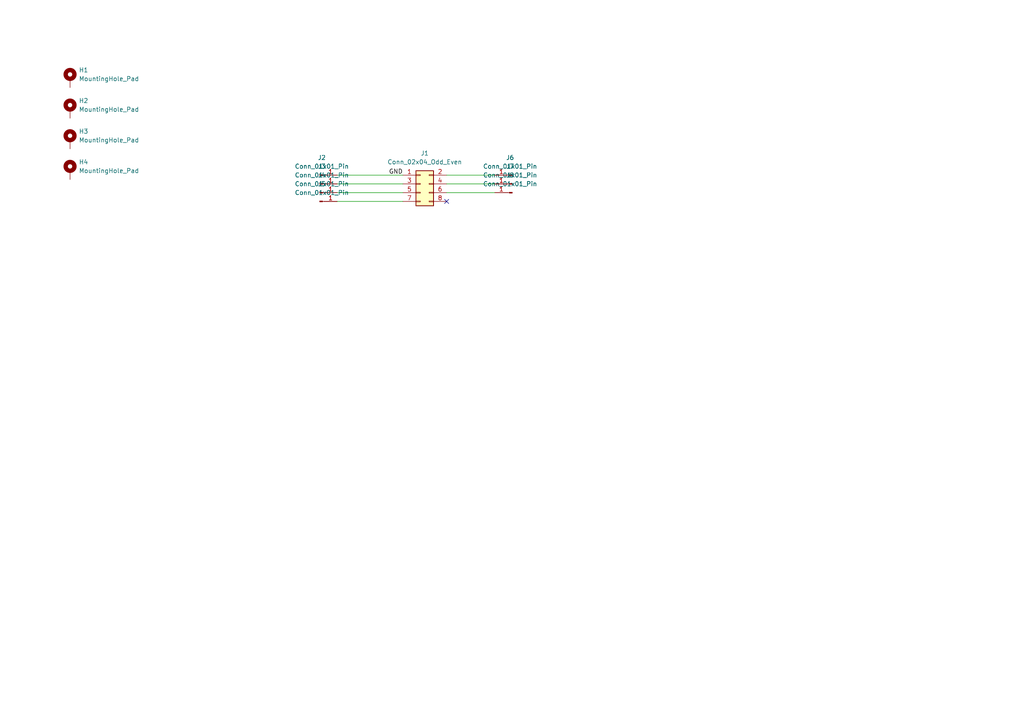
<source format=kicad_sch>
(kicad_sch (version 20231120) (generator "eeschema") (generator_version "8.0")
  (paper "A4")
  (lib_symbols
    (symbol "Connector:Conn_01x01_Pin" (pin_names (offset 1.016) hide)
      (property "Reference" "J" (at 0 2.54 0))
      (property "Value" "Conn_01x01_Pin" (at 0 -2.54 0))
      (symbol "Conn_01x01_Pin_1_1"
        (polyline (pts (xy 1.27 0) (xy 0.8636 0)) (stroke (width 0.1524)))
        (rectangle (start 0.8636 0.127) (end 0 -0.127) (stroke (width 0.1524)) (fill (type outline)))
        (pin passive line (at 5.08 0 180) (length 3.81) (name "Pin_1") (number "1"))
      )
    )
    (symbol "Connector_Generic:Conn_02x04_Odd_Even" (pin_names (offset 1.016) hide)
      (property "Reference" "J" (at 1.27 5.08 0))
      (property "Value" "Conn_02x04_Odd_Even" (at 1.27 -7.62 0))
      (symbol "Conn_02x04_Odd_Even_1_1"
        (rectangle (start -1.27 -4.953) (end 0 -5.207) (stroke (width 0.1524)))
        (rectangle (start -1.27 -2.413) (end 0 -2.667) (stroke (width 0.1524)))
        (rectangle (start -1.27 0.127) (end 0 -0.127) (stroke (width 0.1524)))
        (rectangle (start -1.27 2.667) (end 0 2.413) (stroke (width 0.1524)))
        (rectangle (start -1.27 3.81) (end 3.81 -6.35) (stroke (width 0.254)) (fill (type background)))
        (rectangle (start 3.81 -4.953) (end 2.54 -5.207) (stroke (width 0.1524)))
        (rectangle (start 3.81 -2.413) (end 2.54 -2.667) (stroke (width 0.1524)))
        (rectangle (start 3.81 0.127) (end 2.54 -0.127) (stroke (width 0.1524)))
        (rectangle (start 3.81 2.667) (end 2.54 2.413) (stroke (width 0.1524)))
        (pin passive line (at -5.08 2.54 0) (length 3.81) (name "Pin_1") (number "1"))
        (pin passive line (at 7.62 2.54 180) (length 3.81) (name "Pin_2") (number "2"))
        (pin passive line (at -5.08 0 0) (length 3.81) (name "Pin_3") (number "3"))
        (pin passive line (at 7.62 0 180) (length 3.81) (name "Pin_4") (number "4"))
        (pin passive line (at -5.08 -2.54 0) (length 3.81) (name "Pin_5") (number "5"))
        (pin passive line (at 7.62 -2.54 180) (length 3.81) (name "Pin_6") (number "6"))
        (pin passive line (at -5.08 -5.08 0) (length 3.81) (name "Pin_7") (number "7"))
        (pin passive line (at 7.62 -5.08 180) (length 3.81) (name "Pin_8") (number "8"))
      )
    )
    (symbol "Mechanical:MountingHole_Pad" (pin_numbers hide) (pin_names (offset 1.016) hide) (exclude_from_sim yes) (in_bom no)
      (property "Reference" "H" (at 0 6.35 0))
      (property "Value" "MountingHole_Pad" (at 0 4.445 0))
      (symbol "MountingHole_Pad_0_1"
        (circle (center 0 1.27) (radius 1.27) (stroke (width 1.27)))
      )
      (symbol "MountingHole_Pad_1_1"
        (pin input line (at 0 -2.54 90) (length 2.54) (name "1") (number "1"))
      )
    )
  )
  (no_connect (at 129.54 58.42))
  (wire (pts (xy 97.79 53.34) (xy 116.84 53.34)))
  (wire (pts (xy 129.54 50.8) (xy 143.51 50.8)))
  (wire (pts (xy 97.79 58.42) (xy 116.84 58.42)))
  (wire (pts (xy 97.79 55.88) (xy 116.84 55.88)))
  (wire (pts (xy 97.79 50.8) (xy 116.84 50.8)))
  (wire (pts (xy 129.54 55.88) (xy 143.51 55.88)))
  (wire (pts (xy 129.54 53.34) (xy 143.51 53.34)))
  (label "GND" (at 116.84 50.8 180))
  (symbol (lib_id "Mechanical:MountingHole_Pad") (at 20.32 49.53 0) (unit 1) (exclude_from_sim yes) (in_bom no)
    (property "Reference" "H4" (at 22.86 46.9899 0) (effects (justify left)))
    (property "Value" "MountingHole_Pad" (at 22.86 49.5299 0) (effects (justify left)))
    (property "Footprint" "MountingHole:MountingHole_2.2mm_M2_DIN965_Pad" (effects (hide yes)))
    (property "Description" "Mounting Hole with connection" (effects (hide yes)))
  )
  (symbol (lib_id "Connector:Conn_01x01_Pin") (at 92.71 55.88 0) (unit 1)
    (property "Reference" "J4" (at 93.345 50.8 0))
    (property "Value" "Conn_01x01_Pin" (at 93.345 53.34 0))
    (property "Footprint" "Connector_PinHeader_2.54mm:PinHeader_1x01_P2.54mm_Vertical" (effects (hide yes)))
    (property "Description" "Generic connector, single row, 01x01, script generated" (effects (hide yes)))
  )
  (symbol (lib_id "Connector:Conn_01x01_Pin") (at 148.59 55.88 0) (mirror y) (unit 1)
    (property "Reference" "J8" (at 147.955 50.8 0))
    (property "Value" "Conn_01x01_Pin" (at 147.955 53.34 0))
    (property "Footprint" "Connector_PinHeader_2.54mm:PinHeader_1x01_P2.54mm_Vertical" (effects (hide yes)))
    (property "Description" "Generic connector, single row, 01x01, script generated" (effects (hide yes)))
  )
  (symbol (lib_id "Connector_Generic:Conn_02x04_Odd_Even") (at 121.92 53.34 0) (unit 1)
    (property "Reference" "J1" (at 123.19 44.45 0))
    (property "Value" "Conn_02x04_Odd_Even" (at 123.19 46.99 0))
    (property "Footprint" "Connector_PinHeader_2.54mm:PinHeader_2x04_P2.54mm_Vertical" (effects (hide yes)))
    (property "Description" "Generic connector, double row, 02x04, odd/even pin numbering scheme (row 1 odd numbers, row 2 even numbers), script generated (kicad-library-utils/schlib/autogen/connector/)" (effects (hide yes)))
  )
  (symbol (lib_id "Connector:Conn_01x01_Pin") (at 92.71 58.42 0) (unit 1)
    (property "Reference" "J5" (at 93.345 53.34 0))
    (property "Value" "Conn_01x01_Pin" (at 93.345 55.88 0))
    (property "Footprint" "Connector_PinHeader_2.54mm:PinHeader_1x01_P2.54mm_Vertical" (effects (hide yes)))
    (property "Description" "Generic connector, single row, 01x01, script generated" (effects (hide yes)))
  )
  (symbol (lib_id "Connector:Conn_01x01_Pin") (at 148.59 53.34 0) (mirror y) (unit 1)
    (property "Reference" "J7" (at 147.955 48.26 0))
    (property "Value" "Conn_01x01_Pin" (at 147.955 50.8 0))
    (property "Footprint" "Connector_PinHeader_2.54mm:PinHeader_1x01_P2.54mm_Vertical" (effects (hide yes)))
    (property "Description" "Generic connector, single row, 01x01, script generated" (effects (hide yes)))
  )
  (symbol (lib_id "Connector:Conn_01x01_Pin") (at 92.71 50.8 0) (unit 1)
    (property "Reference" "J2" (at 93.345 45.72 0))
    (property "Value" "Conn_01x01_Pin" (at 93.345 48.26 0))
    (property "Footprint" "Connector_PinHeader_2.54mm:PinHeader_1x01_P2.54mm_Vertical" (effects (hide yes)))
    (property "Description" "Generic connector, single row, 01x01, script generated" (effects (hide yes)))
  )
  (symbol (lib_id "Connector:Conn_01x01_Pin") (at 92.71 53.34 0) (unit 1)
    (property "Reference" "J3" (at 93.345 48.26 0))
    (property "Value" "Conn_01x01_Pin" (at 93.345 50.8 0))
    (property "Footprint" "Connector_PinHeader_2.54mm:PinHeader_1x01_P2.54mm_Vertical" (effects (hide yes)))
    (property "Description" "Generic connector, single row, 01x01, script generated" (effects (hide yes)))
  )
  (symbol (lib_id "Mechanical:MountingHole_Pad") (at 20.32 31.75 0) (unit 1) (exclude_from_sim yes) (in_bom no)
    (property "Reference" "H2" (at 22.86 29.2099 0) (effects (justify left)))
    (property "Value" "MountingHole_Pad" (at 22.86 31.7499 0) (effects (justify left)))
    (property "Footprint" "MountingHole:MountingHole_2.2mm_M2_DIN965_Pad" (effects (hide yes)))
    (property "Description" "Mounting Hole with connection" (effects (hide yes)))
  )
  (symbol (lib_id "Mechanical:MountingHole_Pad") (at 20.32 40.64 0) (unit 1) (exclude_from_sim yes) (in_bom no)
    (property "Reference" "H3" (at 22.86 38.0999 0) (effects (justify left)))
    (property "Value" "MountingHole_Pad" (at 22.86 40.6399 0) (effects (justify left)))
    (property "Footprint" "MountingHole:MountingHole_2.2mm_M2_DIN965_Pad" (effects (hide yes)))
    (property "Description" "Mounting Hole with connection" (effects (hide yes)))
  )
  (symbol (lib_id "Connector:Conn_01x01_Pin") (at 148.59 50.8 0) (mirror y) (unit 1)
    (property "Reference" "J6" (at 147.955 45.72 0))
    (property "Value" "Conn_01x01_Pin" (at 147.955 48.26 0))
    (property "Footprint" "Connector_PinHeader_2.54mm:PinHeader_1x01_P2.54mm_Vertical" (effects (hide yes)))
    (property "Description" "Generic connector, single row, 01x01, script generated" (effects (hide yes)))
  )
  (symbol (lib_id "Mechanical:MountingHole_Pad") (at 20.32 22.86 0) (unit 1) (exclude_from_sim yes) (in_bom no)
    (property "Reference" "H1" (at 22.86 20.3199 0) (effects (justify left)))
    (property "Value" "MountingHole_Pad" (at 22.86 22.8599 0) (effects (justify left)))
    (property "Footprint" "MountingHole:MountingHole_2.2mm_M2_DIN965_Pad" (effects (hide yes)))
    (property "Description" "Mounting Hole with connection" (effects (hide yes)))
  )
)
</source>
